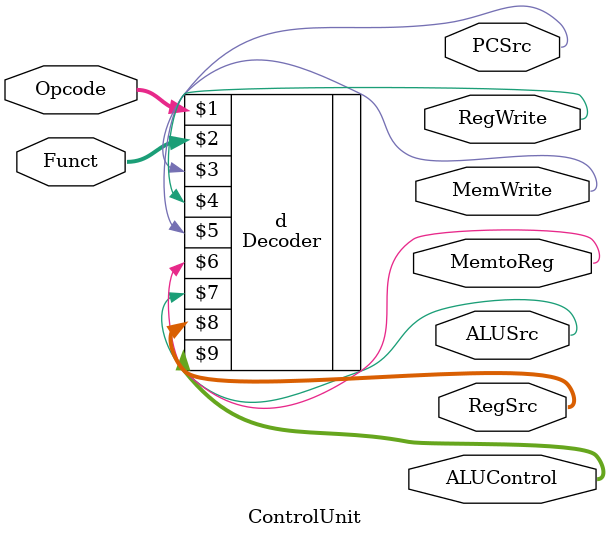
<source format=sv>
module ControlUnit(
    input logic [3:0] Opcode,
    input logic [2:0] Funct,
    output logic PCSrc,
    output logic RegWrite,
    output logic MemWrite,
    output logic MemtoReg,
    output logic ALUSrc,
    output logic [1:0] RegSrc,
    output logic [1:0] ALUControl  
);
   
    Decoder d (Opcode, Funct, PCSrc, RegWrite, MemWrite, MemtoReg, ALUSrc, RegSrc, ALUControl);

endmodule
    
</source>
